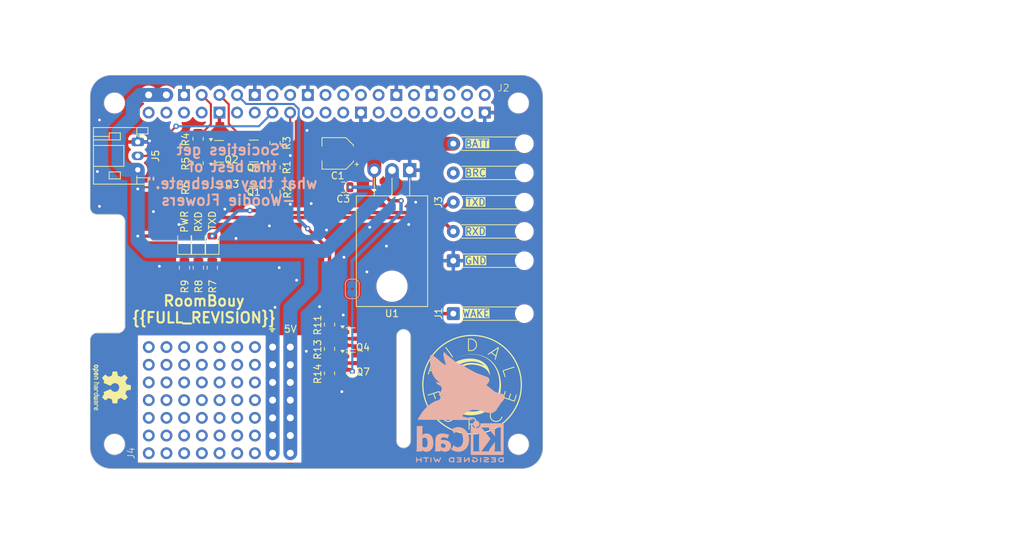
<source format=kicad_pcb>
(kicad_pcb (version 20240108) (generator "pcbnew") (generator_version "8.0")
  (layers (0 "F.Cu" signal) (31 "B.Cu" signal) (34 "B.Paste" user) (35 "F.Paste" user) (36 "B.SilkS" user "B.Silkscreen") (37 "F.SilkS" user "F.Silkscreen") (38 "B.Mask" user) (39 "F.Mask" user) (44 "Edge.Cuts" user))
  (net 0 "")
  (net 2 "GND")
  (net 26 "+BATT")
  (net 27 "/ROOMBA_BRC")
  (net 28 "/ROOMBA_TXD")
  (net 29 "/ROOMBA_RXD")
  (net 30 "/ROOMBA_WAKE")
  (net 31 "+5V")
  (net 32 "/PI_TXD")
  (net 33 "+3.3V")
  (net 34 "/PI_RXD")
  (net 35 "Net-(Q1-C)")
  (net 36 "Net-(Q1-B)")
  (net 37 "Net-(Q2-B)")
  (net 38 "Net-(Q3-C)")
  (net 39 "Net-(Q3-B)")
  (net 40 "Net-(Q4-B)")
  (net 41 "Net-(D1-K)")
  (net 42 "Net-(D2-K)")
  (net 43 "Net-(D3-K)")
  (net 44 "/GPIO18")
  (net 45 "Net-(Q2-C)")
  (net 46 "Net-(Q4-C)")
  (net 47 "Net-(Q6-B)")
  (net 48 "Net-(Q6-C)")
  (net 49 "Net-(Q7-C)")
  (net 50 "Net-(Q7-B)")
  (net 51 "Net-(JP1-A)")
  (net 52 "/SERVO")
  (footprint "Package_TO_SOT_SMD:SOT-23" (layer "F.Cu") (at 5.0625 9)
    (property "Reference" "Q4" (at 1.7625 1.25 0) (layer "F.SilkS"))
    (property "Value" "MMBT3904")
    (pad "1" smd roundrect (at -0.9375 -0.95) (size 1.475 0.6) (layers "F.Cu" "F.Paste" "F.Mask") (net 40 "Net-(Q4-B)"))
    (pad "2" smd roundrect (at -0.9375 0.95) (size 1.475 0.6) (layers "F.Cu" "F.Paste" "F.Mask") (net 2 "GND"))
    (pad "3" smd roundrect (at 0.9375 0) (size 1.475 0.6) (layers "F.Cu" "F.Paste" "F.Mask") (net 46 "Net-(Q4-C)"))
  )
  (footprint "Connector_Wire:SolderWire-0.25sqmm_1x01_D0.65mm_OD1.7mm_Relief" (layer "F.Cu") (at 19.8 5.4 90)
    (property "Reference" "J1" (at 0 -2.12 90) (layer "F.SilkS"))
    (property "Value" "Roomba Wake")
    (pad "" np_thru_hole circle (at 0 10.2 90) (size 2.2 2.2) (drill 2.2) (layers "*.Cu" "*.Mask"))
    (pad "1" thru_hole roundrect (at 0 0 90) (size 1.85 1.85) (drill 0.85) (layers "*.Cu" "*.Mask") (roundrect_rratio 0.135135) (net 30 "/ROOMBA_WAKE"))
  )
  (footprint "Resistor_SMD:R_0805_2012Metric" (layer "F.Cu") (at -16.8 -1.2 -90)
    (property "Reference" "R8" (at 2.7 -0.05 90) (layer "F.SilkS"))
    (property "Value" "1k")
    (pad "1" smd roundrect (at -0.9125 0 270) (size 1.025 1.4) (layers "F.Cu" "F.Paste" "F.Mask") (roundrect_rratio 0.243902) (net 42 "Net-(D2-K)"))
    (pad "2" smd roundrect (at 0.9125 0 270) (size 1.025 1.4) (layers "F.Cu" "F.Paste" "F.Mask") (roundrect_rratio 0.243902) (net 2 "GND"))
  )
  (footprint "Resistor_SMD:R_0805_2012Metric" (layer "F.Cu") (at -5.8 -19.1 90)
    (property "Reference" "R3" (at 0 1.7 90) (layer "F.SilkS"))
    (property "Value" "1k")
    (pad "1" smd roundrect (at -0.9125 0 90) (size 1.025 1.4) (layers "F.Cu" "F.Paste" "F.Mask") (roundrect_rratio 0.243902) (net 48 "Net-(Q6-C)"))
    (pad "2" smd roundrect (at 0.9125 0 90) (size 1.025 1.4) (layers "F.Cu" "F.Paste" "F.Mask") (roundrect_rratio 0.243902) (net 34 "/PI_RXD"))
  )
  (footprint "Resistor_SMD:R_0805_2012Metric" (layer "F.Cu") (at -16.8375 -16.2125 -90)
    (property "Reference" "R5" (at 0.0875 1.8 90) (layer "F.SilkS"))
    (property "Value" "1k")
    (pad "1" smd roundrect (at -0.9125 0 270) (size 1.025 1.4) (layers "F.Cu" "F.Paste" "F.Mask") (roundrect_rratio 0.243902) (net 45 "Net-(Q2-C)"))
    (pad "2" smd roundrect (at 0.9125 0 270) (size 1.025 1.4) (layers "F.Cu" "F.Paste" "F.Mask") (roundrect_rratio 0.243902) (net 39 "Net-(Q3-B)"))
  )
  (footprint "Package_TO_SOT_SMD:SOT-23" (layer "F.Cu") (at -13.8375 -17.9)
    (property "Reference" "Q2" (at 1.8 1.2 0) (layer "F.SilkS"))
    (property "Value" "MMBT3904")
    (pad "1" smd roundrect (at -0.9375 -0.95) (size 1.475 0.6) (layers "F.Cu" "F.Paste" "F.Mask") (net 37 "Net-(Q2-B)"))
    (pad "2" smd roundrect (at -0.9375 0.95) (size 1.475 0.6) (layers "F.Cu" "F.Paste" "F.Mask") (net 2 "GND"))
    (pad "3" smd roundrect (at 0.9375 0) (size 1.475 0.6) (layers "F.Cu" "F.Paste" "F.Mask") (net 45 "Net-(Q2-C)"))
  )
  (footprint "Resistor_SMD:R_0805_2012Metric" (layer "F.Cu") (at 2.025 10.4625 -90)
    (property "Reference" "R13" (at 0.0875 1.7 90) (layer "F.SilkS"))
    (property "Value" "1k")
    (pad "1" smd roundrect (at -0.9125 0 270) (size 1.025 1.4) (layers "F.Cu" "F.Paste" "F.Mask") (roundrect_rratio 0.243902) (net 46 "Net-(Q4-C)"))
    (pad "2" smd roundrect (at 0.9125 0 270) (size 1.025 1.4) (layers "F.Cu" "F.Paste" "F.Mask") (roundrect_rratio 0.243902) (net 50 "Net-(Q7-B)"))
  )
  (footprint "LED_SMD:LED_0805_2012Metric" (layer "F.Cu") (at -14.8 -4.8 90)
    (property "Reference" "D1" (hide yes))
    (property "Value" "TXD" (at 3.2 0 90) (layer "F.SilkS"))
    (pad "1" smd roundrect (at -0.9375 0 90) (size 0.975 1.4) (layers "F.Cu" "F.Paste" "F.Mask") (net 41 "Net-(D1-K)"))
    (pad "2" smd roundrect (at 0.9375 0 90) (size 0.975 1.4) (layers "F.Cu" "F.Paste" "F.Mask") (net 28 "/ROOMBA_TXD"))
  )
  (footprint "Symbol:OSHW-Logo2_7.3x6mm_SilkScreen" (layer "F.Cu") (at -29.25 16 -90)
    (property "Reference" "REF**" (hide yes))
    (property "Value" "OSHW-Logo2_7.3x6mm_SilkScreen" (hide yes))
  )
  (footprint "Capacitor_SMD:CP_Elec_4x3" (layer "F.Cu") (at 3.2 -17.6 180)
    (property "Reference" "C1" (at 0 -3.2 0) (layer "F.SilkS"))
    (property "Value" "10uf")
    (pad "1" smd roundrect (at -1.8 0 180) (size 2.6 1.6) (layers "F.Cu" "F.Paste" "F.Mask") (roundrect_rratio 0.15625) (net 26 "+BATT"))
    (pad "2" smd roundrect (at 1.8 0 180) (size 2.6 1.6) (layers "F.Cu" "F.Paste" "F.Mask") (roundrect_rratio 0.15625) (net 2 "GND"))
  )
  (footprint "RoomBouy:ProtoPad" (layer "F.Cu") (at -13.76 17.82 90)
    (property "Reference" "J4" (at -7.62 -12.7 90) (layer "F.SilkS") (effects (font (thickness 0.1))))
    (property "Value" "ProtoPad")
    (pad "" thru_hole circle (at -7.62 -10.16 90) (size 1.7 1.7) (drill 1) (layers "*.Cu" "*.Mask"))
    (pad "" thru_hole circle (at -7.62 -7.62 90) (size 1.7 1.7) (drill 1) (layers "*.Cu" "*.Mask"))
    (pad "" thru_hole circle (at -7.62 -5.08 90) (size 1.7 1.7) (drill 1) (layers "*.Cu" "*.Mask"))
    (pad "" thru_hole circle (at -7.62 -2.54 90) (size 1.7 1.7) (drill 1) (layers "*.Cu" "*.Mask"))
    (pad "" thru_hole circle (at -7.62 0 90) (size 1.7 1.7) (drill 1) (layers "*.Cu" "*.Mask"))
    (pad "" thru_hole circle (at -7.62 2.54 90) (size 1.7 1.7) (drill 1) (layers "*.Cu" "*.Mask"))
    (pad "" thru_hole circle (at -7.62 5.08 90) (size 1.7 1.7) (drill 1) (layers "*.Cu" "*.Mask"))
    (pad "" thru_hole circle (at -5.08 -10.16 90) (size 1.7 1.7) (drill 1) (layers "*.Cu" "*.Mask"))
    (pad "" thru_hole circle (at -5.08 -7.62 90) (size 1.7 1.7) (drill 1) (layers "*.Cu" "*.Mask"))
    (pad "" thru_hole circle (at -5.08 -5.08 90) (size 1.7 1.7) (drill 1) (layers "*.Cu" "*.Mask"))
    (pad "" thru_hole circle (at -5.08 -2.54 90) (size 1.7 1.7) (drill 1) (layers "*.Cu" "*.Mask"))
    (pad "" thru_hole circle (at -5.08 0 90) (size 1.7 1.7) (drill 1) (layers "*.Cu" "*.Mask"))
    (pad "" thru_hole circle (at -5.08 2.54 90) (size 1.7 1.7) (drill 1) (layers "*.Cu" "*.Mask"))
    (pad "" thru_hole circle (at -5.08 5.08 90) (size 1.7 1.7) (drill 1) (layers "*.Cu" "*.Mask"))
    (pad "" thru_hole circle (at -2.54 -10.16 90) (size 1.7 1.7) (drill 1) (layers "*.Cu" "*.Mask"))
    (pad "" thru_hole circle (at -2.54 -7.62 90) (size 1.7 1.7) (drill 1) (layers "*.Cu" "*.Mask"))
    (pad "" thru_hole circle (at -2.54 -5.08 90) (size 1.7 1.7) (drill 1) (layers "*.Cu" "*.Mask"))
    (pad "" thru_hole circle (at -2.54 -2.54 90) (size 1.7 1.7) (drill 1) (layers "*.Cu" "*.Mask"))
    (pad "" thru_hole circle (at -2.54 0 90) (size 1.7 1.7) (drill 1) (layers "*.Cu" "*.Mask"))
    (pad "" thru_hole circle (at -2.54 2.54 90) (size 1.7 1.7) (drill 1) (layers "*.Cu" "*.Mask"))
    (pad "" thru_hole circle (at -2.54 5.08 90) (size 1.7 1.7) (drill 1) (layers "*.Cu" "*.Mask"))
    (pad "" thru_hole circle (at 0 -10.16 90) (size 1.7 1.7) (drill 1) (layers "*.Cu" "*.Mask"))
    (pad "" thru_hole circle (at 0 -7.62 90) (size 1.7 1.7) (drill 1) (layers "*.Cu" "*.Mask"))
    (pad "" thru_hole circle (at 0 -5.08 90) (size 1.7 1.7) (drill 1) (layers "*.Cu" "*.Mask"))
    (pad "" thru_hole circle (at 0 -2.54 90) (size 1.7 1.7) (drill 1) (layers "*.Cu" "*.Mask"))
    (pad "" thru_hole circle (at 0 0 90) (size 1.7 1.7) (drill 1) (layers "*.Cu" "*.Mask"))
    (pad "" thru_hole circle (at 0 2.54 90) (size 1.7 1.7) (drill 1) (layers "*.Cu" "*.Mask"))
    (pad "" thru_hole circle (at 0 5.08 90) (size 1.7 1.7) (drill 1) (layers "*.Cu" "*.Mask"))
    (pad "" thru_hole circle (at 2.54 -10.16 90) (size 1.7 1.7) (drill 1) (layers "*.Cu" "*.Mask"))
    (pad "" thru_hole circle (at 2.54 -7.62 90) (size 1.7 1.7) (drill 1) (layers "*.Cu" "*.Mask"))
    (pad "" thru_hole circle (at 2.54 -5.08 90) (size 1.7 1.7) (drill 1) (layers "*.Cu" "*.Mask"))
    (pad "" thru_hole circle (at 2.54 -2.54 90) (size 1.7 1.7) (drill 1) (layers "*.Cu" "*.Mask"))
    (pad "" thru_hole circle (at 2.54 0 90) (size 1.7 1.7) (drill 1) (layers "*.Cu" "*.Mask"))
    (pad "" thru_hole circle (at 2.54 2.54 90) (size 1.7 1.7) (drill 1) (layers "*.Cu" "*.Mask"))
    (pad "" thru_hole circle (at 2.54 5.08 90) (size 1.7 1.7) (drill 1) (layers "*.Cu" "*.Mask"))
    (pad "" thru_hole circle (at 5.08 -10.16 90) (size 1.7 1.7) (drill 1) (layers "*.Cu" "*.Mask"))
    (pad "" thru_hole circle (at 5.08 -7.62 90) (size 1.7 1.7) (drill 1) (layers "*.Cu" "*.Mask"))
    (pad "" thru_hole circle (at 5.08 -5.08 90) (size 1.7 1.7) (drill 1) (layers "*.Cu" "*.Mask"))
    (pad "" thru_hole circle (at 5.08 -2.54 90) (size 1.7 1.7) (drill 1) (layers "*.Cu" "*.Mask"))
    (pad "" thru_hole circle (at 5.08 0 90) (size 1.7 1.7) (drill 1) (layers "*.Cu" "*.Mask"))
    (pad "" thru_hole circle (at 5.08 2.54 90) (size 1.7 1.7) (drill 1) (layers "*.Cu" "*.Mask"))
    (pad "" thru_hole circle (at 5.08 5.08 90) (size 1.7 1.7) (drill 1) (layers "*.Cu" "*.Mask"))
    (pad "" thru_hole circle (at 7.62 -10.16 90) (size 1.7 1.7) (drill 1) (layers "*.Cu" "*.Mask"))
    (pad "" thru_hole circle (at 7.62 -7.62 90) (size 1.7 1.7) (drill 1) (layers "*.Cu" "*.Mask"))
    (pad "" thru_hole circle (at 7.62 -5.08 90) (size 1.7 1.7) (drill 1) (layers "*.Cu" "*.Mask"))
    (pad "" thru_hole circle (at 7.62 -2.54 90) (size 1.7 1.7) (drill 1) (layers "*.Cu" "*.Mask"))
    (pad "" thru_hole circle (at 7.62 0 90) (size 1.7 1.7) (drill 1) (layers "*.Cu" "*.Mask"))
    (pad "" thru_hole circle (at 7.62 2.54 90) (size 1.7 1.7) (drill 1) (layers "*.Cu" "*.Mask"))
    (pad "" thru_hole circle (at 7.62 5.08 90) (size 1.7 1.7) (drill 1) (layers "*.Cu" "*.Mask"))
    (pad "1" thru_hole circle (at -7.62 10.16 90) (size 1.7 1.7) (drill 1) (layers "*.Cu" "*.Mask") (net 31 "+5V"))
    (pad "1" thru_hole circle (at -5.08 10.16 90) (size 1.7 1.7) (drill 1) (layers "*.Cu" "*.Mask") (net 31 "+5V"))
    (pad "1" thru_hole circle (at -2.54 10.16 90) (size 1.7 1.7) (drill 1) (layers "*.Cu" "*.Mask") (net 31 "+5V"))
    (pad "1" thru_hole circle (at 0 10.16 90) (size 1.7 1.7) (drill 1) (layers "*.Cu" "*.Mask") (net 31 "+5V"))
    (pad "1" thru_hole circle (at 2.54 10.16 90) (size 1.7 1.7) (drill 1) (layers "*.Cu" "*.Mask") (net 31 "+5V"))
    (pad "1" thru_hole circle (at 5.08 10.16 90) (size 1.7 1.7) (drill 1) (layers "*.Cu" "*.Mask") (net 31 "+5V"))
    (pad "1" thru_hole circle (at 7.62 10.16 90) (size 1.7 1.7) (drill 1) (layers "*.Cu" "*.Mask") (net 31 "+5V"))
    (pad "2" thru_hole circle (at -7.62 7.62 90) (size 1.7 1.7) (drill 1) (layers "*.Cu" "*.Mask") (net 2 "GND"))
    (pad "2" thru_hole circle (at -5.08 7.62 90) (size 1.7 1.7) (drill 1) (layers "*.Cu" "*.Mask") (net 2 "GND"))
    (pad "2" thru_hole circle (at -2.54 7.62 90) (size 1.7 1.7) (drill 1) (layers "*.Cu" "*.Mask") (net 2 "GND"))
    (pad "2" thru_hole circle (at 0 7.62 90) (size 1.7 1.7) (drill 1) (layers "*.Cu" "*.Mask") (net 2 "GND"))
    (pad "2" thru_hole circle (at 2.54 7.62 90) (size 1.7 1.7) (drill 1) (layers "*.Cu" "*.Mask") (net 2 "GND"))
    (pad "2" thru_hole circle (at 5.08 7.62 90) (size 1.7 1.7) (drill 1) (layers "*.Cu" "*.Mask") (net 2 "GND"))
    (pad "2" thru_hole circle (at 7.62 7.62 90) (size 1.7 1.7) (drill 1) (layers "*.Cu" "*.Mask") (net 2 "GND"))
  )
  (footprint "RPI_Hat:RPI_Hat_B+" (layer "F.Cu") (at 0.16 -24.838)
    (property "Reference" "J2" (at 26.84 -2.162 0) (layer "F.SilkS") (effects (font (thickness 0.1))))
    (property "Value" "Raspberry_Pi_2_3")
    (fp_line (start -32.5 -1) (end -32.5 15) (stroke (width 0.1)) (layer "Edge.Cuts"))
    (fp_line (start -32.5 34) (end -32.5 49.5) (stroke (width 0.1)) (layer "Edge.Cuts"))
    (fp_line (start -31.5 16) (end -28.5 16) (stroke (width 0.1)) (layer "Edge.Cuts"))
    (fp_line (start -31.5 33) (end -28.5 33) (stroke (width 0.1)) (layer "Edge.Cuts"))
    (fp_line (start -29.5 -4) (end 29.5 -4) (stroke (width 0.1)) (layer "Edge.Cuts"))
    (fp_line (start -29.5 52.5) (end 29.5 52.5) (stroke (width 0.1)) (layer "Edge.Cuts"))
    (fp_line (start -27.5 17) (end -27.5 32) (stroke (width 0.1)) (layer "Edge.Cuts"))
    (fp_line (start 11.5 33.5) (end 11.5 48.5) (stroke (width 0.1)) (layer "Edge.Cuts"))
    (fp_line (start 13.5 33.5) (end 13.5 48.5) (stroke (width 0.1)) (layer "Edge.Cuts"))
    (fp_line (start 32.5 -1) (end 32.5 49.5) (stroke (width 0.1)) (layer "Edge.Cuts"))
    (fp_arc (start -32.5 -1) (mid -31.62132 -3.12132) (end -29.5 -4) (stroke (width 0.1)) (layer "Edge.Cuts"))
    (fp_arc (start -32.5 34) (mid -32.207107 33.292893) (end -31.5 33) (stroke (width 0.1)) (layer "Edge.Cuts"))
    (fp_arc (start -31.5 16) (mid -32.207107 15.707107) (end -32.5 15) (stroke (width 0.1)) (layer "Edge.Cuts"))
    (fp_arc (start -29.5 52.5) (mid -31.62132 51.62132) (end -32.5 49.5) (stroke (width 0.1)) (layer "Edge.Cuts"))
    (fp_arc (start -28.5 16) (mid -27.792893 16.292893) (end -27.5 17) (stroke (width 0.1)) (layer "Edge.Cuts"))
    (fp_arc (start -27.5 32) (mid -27.792893 32.707107) (end -28.5 33) (stroke (width 0.1)) (layer "Edge.Cuts"))
    (fp_arc (start 11.5 33.5) (mid 12.5 32.5) (end 13.5 33.5) (stroke (width 0.1)) (layer "Edge.Cuts"))
    (fp_arc (start 13.5 48.5) (mid 12.5 49.5) (end 11.5 48.5) (stroke (width 0.1)) (layer "Edge.Cuts"))
    (fp_arc (start 29.5 -4) (mid 31.62132 -3.12132) (end 32.5 -1) (stroke (width 0.1)) (layer "Edge.Cuts"))
    (fp_arc (start 32.5 49.5) (mid 31.62132 51.62132) (end 29.5 52.5) (stroke (width 0.1)) (layer "Edge.Cuts"))
    (fp_circle (center -29 0) (end -30.500001 -0.000001) (stroke (width 0.05)) (fill none) (layer "Edge.Cuts"))
    (fp_circle (center -29 49) (end -30.500001 49.000001) (stroke (width 0.05)) (fill none) (layer "Edge.Cuts"))
    (fp_circle (center 29 0) (end 30.500001 -0.000001) (stroke (width 0.05)) (fill none) (layer "Edge.Cuts"))
    (fp_circle (center 29 49) (end 30.500001 49.000001) (stroke (width 0.05)) (fill none) (layer "Edge.Cuts"))
    (pad "1" thru_hole circle (at -24.1 1.378 90) (size 1.7 1.7) (drill 1) (layers "*.Cu" "*.Mask") (net 33 "+3.3V"))
    (pad "2" thru_hole oval (at -24.1 -1.162 90) (size 1.7 1.7) (drill 1) (layers "*.Cu" "*.Mask") (net 31 "+5V"))
    (pad "3" thru_hole oval (at -21.56 1.378 90) (size 1.7 1.7) (drill 1) (layers "*.Cu" "*.Mask"))
    (pad "4" thru_hole oval (at -21.56 -1.162 90) (size 1.7 1.7) (drill 1) (layers "*.Cu" "*.Mask") (net 31 "+5V"))
    (pad "5" thru_hole oval (at -19.02 1.378 90) (size 1.7 1.7) (drill 1) (layers "*.Cu" "*.Mask"))
    (pad "6" thru_hole rect (at -19.02 -1.162 90) (size 1.7 1.7) (drill 1) (layers "*.Cu" "*.Mask") (net 2 "GND"))
    (pad "7" thru_hole oval (at -16.48 1.378 90) (size 1.7 1.7) (drill 1) (layers "*.Cu" "*.Mask"))
    (pad "8" thru_hole oval (at -16.48 -1.162 90) (size 1.7 1.7) (drill 1) (layers "*.Cu" "*.Mask") (net 32 "/PI_TXD"))
    (pad "9" thru_hole rect (at -13.94 1.378 90) (size 1.7 1.7) (drill 1) (layers "*.Cu" "*.Mask") (net 2 "GND"))
    (pad "10" thru_hole oval (at -13.94 -1.162 90) (size 1.7 1.7) (drill 1) (layers "*.Cu" "*.Mask") (net 34 "/PI_RXD"))
    (pad "11" thru_hole oval (at -11.4 1.378 90) (size 1.7 1.7) (drill 1) (layers "*.Cu" "*.Mask"))
    (pad "12" thru_hole oval (at -11.4 -1.162 90) (size 1.7 1.7) (drill 1) (layers "*.Cu" "*.Mask") (net 44 "/GPIO18"))
    (pad "13" thru_hole oval (at -8.86 1.378 90) (size 1.7 1.7) (drill 1) (layers "*.Cu" "*.Mask"))
    (pad "14" thru_hole rect (at -8.86 -1.162 90) (size 1.7 1.7) (drill 1) (layers "*.Cu" "*.Mask") (net 2 "GND"))
    (pad "15" thru_hole oval (at -6.32 1.378 90) (size 1.7 1.7) (drill 1) (layers "*.Cu" "*.Mask") (net 52 "/SERVO"))
    (pad "16" thru_hole oval (at -6.32 -1.162 90) (size 1.7 1.7) (drill 1) (layers "*.Cu" "*.Mask"))
    (pad "17" thru_hole oval (at -3.78 1.378 90) (size 1.7 1.7) (drill 1) (layers "*.Cu" "*.Mask") (net 33 "+3.3V"))
    (pad "18" thru_hole oval (at -3.78 -1.162 90) (size 1.7 1.7) (drill 1) (layers "*.Cu" "*.Mask"))
    (pad "19" thru_hole oval (at -1.24 1.378 90) (size 1.7 1.7) (drill 1) (layers "*.Cu" "*.Mask"))
    (pad "20" thru_hole rect (at -1.24 -1.162 90) (size 1.7 1.7) (drill 1) (layers "*.Cu" "*.Mask") (net 2 "GND"))
    (pad "21" thru_hole oval (at 1.3 1.378 90) (size 1.7 1.7) (drill 1) (layers "*.Cu" "*.Mask"))
    (pad "22" thru_hole oval (at 1.3 -1.162 90) (size 1.7 1.7) (drill 1) (layers "*.Cu" "*.Mask"))
    (pad "23" thru_hole oval (at 3.84 1.378 90) (size 1.7 1.7) (drill 1) (layers "*.Cu" "*.Mask"))
    (pad "24" thru_hole oval (at 3.84 -1.162 90) (size 1.7 1.7) (drill 1) (layers "*.Cu" "*.Mask"))
    (pad "25" thru_hole rect (at 6.38 1.378 90) (size 1.7 1.7) (drill 1) (layers "*.Cu" "*.Mask") (net 2 "GND"))
    (pad "26" thru_hole oval (at 6.38 -1.162 90) (size 1.7 1.7) (drill 1) (layers "*.Cu" "*.Mask"))
    (pad "27" thru_hole oval (at 8.92 1.378 90) (size 1.7 1.7) (drill 1) (layers "*.Cu" "*.Mask"))
    (pad "28" thru_hole oval (at 8.92 -1.162 90) (size 1.7 1.7) (drill 1) (layers "*.Cu" "*.Mask"))
    (pad "29" thru_hole oval (at 11.46 1.378 90) (size 1.7 1.7) (drill 1) (layers "*.Cu" "*.Mask"))
    (pad "30" thru_hole rect (at 11.46 -1.162 90) (size 1.7 1.7) (drill 1) (layers "*.Cu" "*.Mask") (net 2 "GND"))
    (pad "31" thru_hole oval (at 14 1.378 90) (size 1.7 1.7) (drill 1) (layers "*.Cu" "*.Mask"))
    (pad "32" thru_hole oval (at 14 -1.162 90) (size 1.7 1.7) (drill 1) (layers "*.Cu" "*.Mask"))
    (pad "33" thru_hole oval (at 16.54 1.378 90) (size 1.7 1.7) (drill 1) (layers "*.Cu" "*.Mask"))
    (pad "34" thru_hole rect (at 16.54 -1.162 90) (size 1.7 1.7) (drill 1) (layers "*.Cu" "*.Mask") (net 2 "GND"))
    (pad "35" thru_hole oval (at 19.08 1.378 90) (size 1.7 1.7) (drill 1) (layers "*.Cu" "*.Mask"))
    (pad "36" thru_hole oval (at 19.08 -1.162 90) (size 1.7 1.7) (drill 1) (layers "*.Cu" "*.Mask"))
    (pad "37" thru_hole oval (at 21.62 1.378 90) (size 1.7 1.7) (drill 1) (layers "*.Cu" "*.Mask"))
    (pad "38" thru_hole oval (at 21.62 -1.162 90) (size 1.7 1.7) (drill 1) (layers "*.Cu" "*.Mask"))
    (pad "39" thru_hole rect (at 24.16 1.378 90) (size 1.7 1.7) (drill 1) (layers "*.Cu" "*.Mask") (net 2 "GND"))
    (pad "40" thru_hole oval (at 24.16 -1.162 90) (size 1.7 1.7) (drill 1) (layers "*.Cu" "*.Mask"))
  )
  (footprint "LED_SMD:LED_0805_2012Metric" (layer "F.Cu") (at -18.8 -4.8 90)
    (property "Reference" "D3" (hide yes))
    (property "Value" "PWR" (at 3 0 90) (layer "F.SilkS"))
    (pad "1" smd roundrect (at -0.9375 0 90) (size 0.975 1.4) (layers "F.Cu" "F.Paste" "F.Mask") (net 43 "Net-(D3-K)"))
    (pad "2" smd roundrect (at 0.9375 0 90) (size 0.975 1.4) (layers "F.Cu" "F.Paste" "F.Mask") (net 31 "+5V"))
  )
  (footprint "Connector_JST:JST_PH_S3B-PH-K_1x03_P2.00mm_Horizontal" (layer "F.Cu") (at -25.5 -19.25 -90)
    (property "Reference" "J5" (at 2 -2.55 90) (layer "F.SilkS"))
    (property "Value" "Servo")
    (pad "1" thru_hole roundrect (at 0 0 270) (size 1.2 1.75) (drill 0.75) (layers "*.Cu" "*.Mask") (roundrect_rratio 0.208333) (net 2 "GND"))
    (pad "2" thru_hole oval (at 2 0 270) (size 1.2 1.75) (drill 0.75) (layers "*.Cu" "*.Mask") (net 52 "/SERVO"))
    (pad "3" thru_hole oval (at 4 0 270) (size 1.2 1.75) (drill 0.75) (layers "*.Cu" "*.Mask") (net 31 "+5V"))
  )
  (footprint "LED_SMD:LED_0805_2012Metric" (layer "F.Cu") (at -16.8 -4.8 90)
    (property "Reference" "D2" (hide yes))
    (property "Value" "RXD" (at 3 0 90) (layer "F.SilkS"))
    (pad "1" smd roundrect (at -0.9375 0 90) (size 0.975 1.4) (layers "F.Cu" "F.Paste" "F.Mask") (net 42 "Net-(D2-K)"))
    (pad "2" smd roundrect (at 0.9375 0 90) (size 0.975 1.4) (layers "F.Cu" "F.Paste" "F.Mask") (net 29 "/ROOMBA_RXD"))
  )
  (footprint "Resistor_SMD:R_0805_2012Metric" (layer "F.Cu") (at -16.8375 -12.7 -90)
    (property "Reference" "R6" (at 0.0875 1.8 90) (layer "F.SilkS"))
    (property "Value" "1k")
    (pad "1" smd roundrect (at -0.9125 0 270) (size 1.025 1.4) (layers "F.Cu" "F.Paste" "F.Mask") (roundrect_rratio 0.243902) (net 38 "Net-(Q3-C)"))
    (pad "2" smd roundrect (at 0.9125 0 270) (size 1.025 1.4) (layers "F.Cu" "F.Paste" "F.Mask") (roundrect_rratio 0.243902) (net 29 "/ROOMBA_RXD"))
  )
  (footprint "Package_TO_SOT_THT:TO-220-3_Horizontal_TabDown" (layer "F.Cu") (at 13.54 -15.2 180)
    (property "Reference" "U1" (at 2.54 -20.58 0) (layer "F.SilkS"))
    (property "Value" "LM1084-5.0")
    (pad "" np_thru_hole oval (at 2.54 -16.66 180) (size 3.5 3.5) (drill 3.5) (layers "*.Cu" "*.Mask"))
    (pad "1" thru_hole rect (at 0 0 180) (size 1.905 2) (drill 1.1) (layers "*.Cu" "*.Mask") (net 2 "GND"))
    (pad "2" thru_hole oval (at 2.54 0 180) (size 1.905 2) (drill 1.1) (layers "*.Cu" "*.Mask") (net 31 "+5V"))
    (pad "3" thru_hole oval (at 5.08 0 180) (size 1.905 2) (drill 1.1) (layers "*.Cu" "*.Mask") (net 26 "+BATT"))
  )
  (footprint "Package_TO_SOT_SMD:SOT-23" (layer "F.Cu") (at 5.0625 12.5)
    (property "Reference" "Q7" (at 1.7625 1.25 0) (layer "F.SilkS"))
    (property "Value" "MMBT3906")
    (pad "1" smd roundrect (at -0.9375 -0.95) (size 1.475 0.6) (layers "F.Cu" "F.Paste" "F.Mask") (net 50 "Net-(Q7-B)"))
    (pad "2" smd roundrect (at -0.9375 0.95) (size 1.475 0.6) (layers "F.Cu" "F.Paste" "F.Mask") (net 51 "Net-(JP1-A)"))
    (pad "3" smd roundrect (at 0.9375 0) (size 1.475 0.6) (layers "F.Cu" "F.Paste" "F.Mask") (net 49 "Net-(Q7-C)"))
  )
  (footprint "Resistor_SMD:R_0805_2012Metric" (layer "F.Cu") (at -5.8 -12.1 90)
    (property "Reference" "R2" (at 0 1.8 90) (layer "F.SilkS"))
    (property "Value" "1k")
    (pad "1" smd roundrect (at -0.9125 0 90) (size 1.025 1.4) (layers "F.Cu" "F.Paste" "F.Mask") (roundrect_rratio 0.243902) (net 28 "/ROOMBA_TXD"))
    (pad "2" smd roundrect (at 0.9125 0 90) (size 1.025 1.4) (layers "F.Cu" "F.Paste" "F.Mask") (roundrect_rratio 0.243902) (net 36 "Net-(Q1-B)"))
  )
  (footprint "Capacitor_SMD:C_0805_2012Metric" (layer "F.Cu") (at 4 -12.75 180)
    (property "Reference" "C3" (at 0 -1.68 0) (layer "F.SilkS"))
    (property "Value" "1uF")
    (pad "1" smd roundrect (at -0.95 0 180) (size 1 1.45) (layers "F.Cu" "F.Paste" "F.Mask") (net 31 "+5V"))
    (pad "2" smd roundrect (at 0.95 0 180) (size 1 1.45) (layers "F.Cu" "F.Paste" "F.Mask") (net 2 "GND"))
  )
  (footprint "Resistor_SMD:R_0805_2012Metric" (layer "F.Cu") (at -18.8 -1.2 -90)
    (property "Reference" "R9" (at 2.7 -0.05 90) (layer "F.SilkS"))
    (property "Value" "1k")
    (pad "1" smd roundrect (at -0.9125 0 270) (size 1.025 1.4) (layers "F.Cu" "F.Paste" "F.Mask") (roundrect_rratio 0.243902) (net 43 "Net-(D3-K)"))
    (pad "2" smd roundrect (at 0.9125 0 270) (size 1.025 1.4) (layers "F.Cu" "F.Paste" "F.Mask") (roundrect_rratio 0.243902) (net 2 "GND"))
  )
  (footprint "Package_TO_SOT_SMD:SOT-23" (layer "F.Cu") (at -13.8 -14.35)
    (property "Reference" "Q3" (at 1.8625 1.15 0) (layer "F.SilkS"))
    (property "Value" "MMBT3906")
    (pad "1" smd roundrect (at -0.9375 -0.95) (size 1.475 0.6) (layers "F.Cu" "F.Paste" "F.Mask") (net 39 "Net-(Q3-B)"))
    (pad "2" smd roundrect (at -0.9375 0.95) (size 1.475 0.6) (layers "F.Cu" "F.Paste" "F.Mask") (net 31 "+5V"))
    (pad "3" smd roundrect (at 0.9375 0) (size 1.475 0.6) (layers "F.Cu" "F.Paste" "F.Mask") (net 38 "Net-(Q3-C)"))
  )
  (footprint "Resistor_SMD:R_0805_2012Metric" (layer "F.Cu") (at -16.8375 -19.7 -90)
    (property "Reference" "R4" (at 0.0875 1.8 90) (layer "F.SilkS"))
    (property "Value" "1k")
    (pad "1" smd roundrect (at -0.9125 0 270) (size 1.025 1.4) (layers "F.Cu" "F.Paste" "F.Mask") (roundrect_rratio 0.243902) (net 32 "/PI_TXD"))
    (pad "2" smd roundrect (at 0.9125 0 270) (size 1.025 1.4) (layers "F.Cu" "F.Paste" "F.Mask") (roundrect_rratio 0.243902) (net 37 "Net-(Q2-B)"))
  )
  (footprint "Resistor_SMD:R_0805_2012Metric" (layer "F.Cu") (at -14.8 -1.2 -90)
    (property "Reference" "R7" (at 2.7 -0.05 90) (layer "F.SilkS"))
    (property "Value" "1k")
    (pad "1" smd roundrect (at -0.9125 0 270) (size 1.025 1.4) (layers "F.Cu" "F.Paste" "F.Mask") (roundrect_rratio 0.243902) (net 41 "Net-(D1-K)"))
    (pad "2" smd roundrect (at 0.9125 0 270) (size 1.025 1.4) (layers "F.Cu" "F.Paste" "F.Mask") (roundrect_rratio 0.243902) (net 2 "GND"))
  )
  (footprint "Package_TO_SOT_SMD:SOT-23" (layer "F.Cu") (at -8.8375 -17.95 180)
    (property "Reference" "Q6" (at 0 -2.4 0) (layer "F.SilkS"))
    (property "Value" "MMBT3906")
    (pad "1" smd roundrect (at -0.9375 -0.95 180) (size 1.475 0.6) (layers "F.Cu" "F.Paste" "F.Mask") (net 47 "Net-(Q6-B)"))
    (pad "2" smd roundrect (at -0.9375 0.95 180) (size 1.475 0.6) (layers "F.Cu" "F.Paste" "F.Mask") (net 33 "+3.3V"))
    (pad "3" smd roundrect (at 0.9375 0 180) (size 1.475 0.6) (layers "F.Cu" "F.Paste" "F.Mask") (net 48 "Net-(Q6-C)"))
  )
  (footprint "Resistor_SMD:R_0805_2012Metric" (layer "F.Cu") (at 2.025 6.9625 -90)
    (property "Reference" "R11" (at 0.0875 1.7 90) (layer "F.SilkS"))
    (property "Value" "1k")
    (pad "1" smd roundrect (at -0.9125 0 270) (size 1.025 1.4) (layers "F.Cu" "F.Paste" "F.Mask") (roundrect_rratio 0.243902) (net 44 "/GPIO18"))
    (pad "2" smd roundrect (at 0.9125 0 270) (size 1.025 1.4) (layers "F.Cu" "F.Paste" "F.Mask") (roundrect_rratio 0.243902) (net 40 "Net-(Q4-B)"))
  )
  (footprint "Connector_Wire:SolderWire-0.25sqmm_1x05_P4.2mm_D0.65mm_OD1.7mm_Relief" (layer "F.Cu") (at 19.8 -2.2 90)
    (property "Reference" "J3" (at 8.4 -2.12 90) (layer "F.SilkS"))
    (property "Value" "Roomba Connector")
    (pad "" np_thru_hole circle (at 0 10.2 90) (size 2.2 2.2) (drill 2.2) (layers "*.Cu" "*.Mask"))
    (pad "" np_thru_hole circle (at 4.2 10.2 90) (size 2.2 2.2) (drill 2.2) (layers "*.Cu" "*.Mask"))
    (pad "" np_thru_hole circle (at 8.4 10.2 90) (size 2.2 2.2) (drill 2.2) (layers "*.Cu" "*.Mask"))
    (pad "" np_thru_hole circle (at 12.6 10.2 90) (size 2.2 2.2) (drill 2.2) (layers "*.Cu" "*.Mask"))
    (pad "" np_thru_hole circle (at 16.8 10.2 90) (size 2.2 2.2) (drill 2.2) (layers "*.Cu" "*.Mask"))
    (pad "1" thru_hole roundrect (at 0 0 90) (size 1.85 1.85) (drill 0.85) (layers "*.Cu" "*.Mask") (roundrect_rratio 0.135135) (net 2 "GND"))
    (pad "2" thru_hole circle (at 4.2 0 90) (size 1.85 1.85) (drill 0.85) (layers "*.Cu" "*.Mask") (net 29 "/ROOMBA_RXD"))
    (pad "3" thru_hole circle (at 8.4 0 90) (size 1.85 1.85) (drill 0.85) (layers "*.Cu" "*.Mask") (net 28 "/ROOMBA_TXD"))
    (pad "4" thru_hole circle (at 12.6 0 90) (size 1.85 1.85) (drill 0.85) (layers "*.Cu" "*.Mask") (net 27 "/ROOMBA_BRC"))
    (pad "5" thru_hole circle (at 16.8 0 90) (size 1.85 1.85) (drill 0.85) (layers "*.Cu" "*.Mask") (net 26 "+BATT"))
  )
  (footprint "Resistor_SMD:R_0805_2012Metric" (layer "F.Cu") (at -5.8 -15.5875 90)
    (property "Reference" "R1" (at 0.0125 1.7 90) (layer "F.SilkS"))
    (property "Value" "1k")
    (pad "1" smd roundrect (at -0.9125 0 90) (size 1.025 1.4) (layers "F.Cu" "F.Paste" "F.Mask") (roundrect_rratio 0.243902) (net 35 "Net-(Q1-C)"))
    (pad "2" smd roundrect (at 0.9125 0 90) (size 1.025 1.4) (layers "F.Cu" "F.Paste" "F.Mask") (roundrect_rratio 0.243902) (net 47 "Net-(Q6-B)"))
  )
  (footprint "KenwoodFox:TIDAL_FORCE_LOGO" (layer "F.Cu") (at 22.5 15.6)
    (property "Reference" "G***" (hide yes))
    (property "Value" "LOGO" (hide yes))
  )
  (footprint "Package_TO_SOT_SMD:SOT-23" (layer "F.Cu") (at -8.8375 -14.45 180)
    (property "Reference" "Q1" (at 0 -2.4 0) (layer "F.SilkS"))
    (property "Value" "MMBT3904")
    (pad "1" smd roundrect (at -0.9375 -0.95 180) (size 1.475 0.6) (layers "F.Cu" "F.Paste" "F.Mask") (net 36 "Net-(Q1-B)"))
    (pad "2" smd roundrect (at -0.9375 0.95 180) (size 1.475 0.6) (layers "F.Cu" "F.Paste" "F.Mask") (net 2 "GND"))
    (pad "3" smd roundrect (at 0.9375 0 180) (size 1.475 0.6) (layers "F.Cu" "F.Paste" "F.Mask") (net 35 "Net-(Q1-C)"))
  )
  (footprint "Resistor_SMD:R_0805_2012Metric" (layer "F.Cu") (at 2.025 13.9625 -90)
    (property "Reference" "R14" (at 0.0875 1.7 90) (layer "F.SilkS"))
    (property "Value" "1k")
    (pad "1" smd roundrect (at -0.9125 0 270) (size 1.025 1.4) (layers "F.Cu" "F.Paste" "F.Mask") (roundrect_rratio 0.243902) (net 49 "Net-(Q7-C)"))
    (pad "2" smd roundrect (at 0.9125 0 270) (size 1.025 1.4) (layers "F.Cu" "F.Paste" "F.Mask") (roundrect_rratio 0.243902) (net 30 "/ROOMBA_WAKE"))
  )
  (footprint "Symbol:KiCad-Logo2_5mm_SilkScreen" (layer "B.Cu") (at 20.75 23.75 180)
    (property "Reference" "REF**" (hide yes))
    (property "Value" "KiCad-Logo2_5mm_SilkScreen" (hide yes))
  )
  (footprint "KenwoodFox:KITSUNE_LOGO" (layer "B.Cu") (at 21 15.75 180)
    (property "Reference" "G***" (hide yes))
    (property "Value" "LOGO" (hide yes))
  )
  (footprint "Jumper:SolderJumper-2_P1.3mm_Bridged2Bar_RoundedPad1.0x1.5mm" (layer "B.Cu") (at 5.3 1.85 90)
    (property "Reference" "JP1" (hide yes))
    (property "Value" "SolderJumper_2_Bridged")
    (fp_poly (pts (xy -0.25 -0.2) (xy 0.25 -0.2) (xy 0.25 -0.6) (xy -0.25 -0.6)) (fill solid) (layer "B.Cu"))
    (fp_poly (pts (xy -0.25 0.6) (xy 0.25 0.6) (xy 0.25 0.2) (xy -0.25 0.2)) (fill solid) (layer "B.Cu"))
    (pad "1" smd custom (at -0.65 0 90) (size 1 0.5) (layers "B.Cu" "B.Mask") (net 51 "Net-(JP1-A)") (options (clearance outline) (anchor rect)) (primitives (gr_circle (center 0 -0.25) (end 0.5 -0.25) (width 0) (fill yes)) (gr_circle (center 0 0.25) (end 0.5 0.25) (width 0) (fill yes)) (gr_poly (pts (xy 0.5 -0.75) (xy 0 -0.75) (xy 0 0.75) (xy 0.5 0.75)) (width 0) (fill yes))))
    (pad "2" smd custom (at 0.65 0 90) (size 1 0.5) (layers "B.Cu" "B.Mask") (net 26 "+BATT") (options (clearance outline) (anchor rect)) (primitives (gr_circle (center 0 -0.25) (end 0.5 -0.25) (width 0) (fill yes)) (gr_circle (center 0 0.25) (end 0.5 0.25) (width 0) (fill yes)) (gr_poly (pts (xy 0 -0.75) (xy -0.5 -0.75) (xy -0.5 0.75) (xy 0 0.75)) (width 0) (fill yes))))
  )
  (gr_line (start -6.6 7.6) (end -5.8 7.6) (stroke (width 0.15)) (layer "F.SilkS"))
  (gr_line (start -6.4 7.8) (end -6 7.8) (stroke (width 0.15)) (layer "F.SilkS"))
  (gr_line (start -6.2 7.2) (end -6.2 7.6) (stroke (width 0.15)) (layer "F.SilkS"))
  (gr_line (start -6.3 8) (end -6.1 8) (stroke (width 0.15)) (layer "F.SilkS"))
  (gr_text "{dblquote}Societies get \nthe best of \nwhat they celebrate.{dblquote} \n-Woodie Flowers" (at -12.5 -19 0) (layer "B.SilkS") (effects (font (size 1.5 1.5) (thickness 0.3) (bold yes)) (justify top mirror)))
  (gr_text "TXD" (at 21.6 -10.6 0) (layer "F.SilkS" knockout) (effects (font (size 1 1)) (justify left)))
  (gr_text "5V" (at -4.6 8.2 0) (layer "F.SilkS") (effects (font (size 1 1)) (justify left bottom)))
  (gr_text "BRC" (at 21.4 -14.8 0) (layer "F.SilkS" knockout) (effects (font (size 1 1)) (justify left)))
  (gr_text "RoomBouy\n{{FULL_REVISION}}" (at -16 2.7 0) (layer "F.SilkS") (effects (font (size 1.5 1.5) (thickness 0.3) (bold yes)) (justify top)))
  (gr_text "RXD" (at 21.4 -6.4 0) (layer "F.SilkS" knockout) (effects (font (size 1 1)) (justify left)))
  (gr_text "BATT" (at 21.4 -19 0) (layer "F.SilkS" knockout) (effects (font (size 1 1)) (justify left)))
  (gr_text "GND" (at 21.4 -2.2 0) (layer "F.SilkS" knockout) (effects (font (size 1 1)) (justify left)))
  (gr_text "WAKE" (at 21 5.4 0) (layer "F.SilkS" knockout) (effects (font (size 1 1)) (justify left)))
  (via (at -0.6 -10.4) (size 0.8) (drill 0.4) (layers "F.Cu" "B.Cu") (net 2))
  (via (at -1.2 -20.9) (size 0.8) (drill 0.4) (layers "F.Cu" "B.Cu") (net 2))
  (via (at -31.3 -15) (size 0.8) (drill 0.4) (layers "F.Cu" "B.Cu") (net 2))
  (via (at 7.4 -0.6) (size 0.8) (drill 0.4) (layers "F.Cu" "B.Cu") (net 2))
  (via (at 3.8 16.6) (size 0.8) (drill 0.4) (layers "F.Cu" "B.Cu") (net 2))
  (via (at -11.4 -5.4) (size 0.8) (drill 0.4) (layers "F.Cu" "B.Cu") (net 2))
  (via (at -13 -9.6) (size 0.8) (drill 0.4) (layers "F.Cu" "B.Cu") (net 2))
  (via (at -3.6 -17.3) (size 0.8) (drill 0.4) (layers "F.Cu" "B.Cu") (net 2))
  (via (at -1.3 10.8) (size 0.8) (drill 0.4) (layers "F.Cu" "B.Cu") (net 2))
  (via (at 14.4 -10.6) (size 0.8) (drill 0.4) (layers "F.Cu" "B.Cu") (net 2))
  (via (at -31 -22.4) (size 0.8) (drill 0.4) (layers "F.Cu" "B.Cu") (net 2))
  (via (at 4.1 -2.7) (size 0.8) (drill 0.4) (layers "F.Cu" "B.Cu") (net 2))
  (via (at -3.6 -10.3) (size 0.8) (drill 0.4) (layers "F.Cu" "B.Cu") (net 2))
  (via (at -5.8 4.5) (size 0.8) (drill 0.4) (layers "F.Cu" "B.Cu") (net 2))
  (via (at -22.4 -1.4) (size 0.8) (drill 0.4) (layers "F.Cu" "B.Cu") (net 2))
  (via (at -23.8 -19.4) (size 0.8) (drill 0.4) (layers "F.Cu" "B.Cu") (net 2))
  (via (at -6.6 -7.2) (size 0.8) (drill 0.4) (layers "F.Cu" "B.Cu") (net 2))
  (via (at 7.8 -7) (size 0.8) (drill 0.4) (layers "F.Cu" "B.Cu") (net 2))
  (via (at 13.4 -7.4) (size 0.8) (drill 0.4) (layers "F.Cu" "B.Cu") (net 2))
  (via (at -5.2 -1.2) (size 0.8) (drill 0.4) (layers "F.Cu" "B.Cu") (net 2))
  (via (at 0.6 4.4) (size 0.8) (drill 0.4) (layers "F.Cu" "B.Cu") (net 2))
  (via (at -23.25 -9.25) (size 0.8) (drill 0.4) (layers "F.Cu" "B.Cu") (net 2))
  (via (at -2.7 0.6) (size 0.8) (drill 0.4) (layers "F.Cu" "B.Cu") (net 2))
  (via (at 1.6 -6.6) (size 0.8) (drill 0.4) (layers "F.Cu" "B.Cu") (net 2))
  (via (at 10.2 -4.3) (size 0.8) (drill 0.4) (layers "F.Cu" "B.Cu") (net 2))
  (via (at -31 -10) (size 0.8) (drill 0.4) (layers "F.Cu" "B.Cu") (net 2))
  (via (at -19.6 -7.4) (size 0.8) (drill 0.4) (layers "F.Cu" "B.Cu") (net 2))
  (via (at 4 5.6) (size 0.8) (drill 0.4) (layers "F.Cu" "B.Cu") (net 2))
  (segment (start -6.14 25.44) (end -6.14 10.2) (width 2) (layer "B.Cu") (net 2))
  (segment (start -6.14 6.66) (end -6.2 6.6) (width 2) (layer "B.Cu") (net 2))
  (segment (start -6.14 10.2) (end -6.14 6.66) (width 2) (layer "B.Cu") (net 2))
  (segment (start 12.3 -10.8) (end 10.7 -10.8) (width 0.5) (layer "F.Cu") (net 26))
  (segment (start 19.8 -19) (end 10.078405 -19) (width 2) (layer "F.Cu") (net 26))
  (segment (start 8.46 -17.381595) (end 8.46 -15.2) (width 2) (layer "F.Cu") (net 26))
  (segment (start 10.7 -10.8) (end 8.46 -13.04) (width 0.5) (layer "F.Cu") (net 26))
  (segment (start 5 -17.6) (end 8.241595 -17.6) (width 2) (layer "F.Cu") (net 26))
  (segment (start 10.078405 -19) (end 8.46 -17.381595) (width 2) (layer "F.Cu") (net 26))
  (segment (start 8.46 -13.04) (end 8.46 -15.2) (width 0.5) (layer "F.Cu") (net 26))
  (segment (start 8.241595 -17.6) (end 8.46 -17.381595) (width 2) (layer "F.Cu") (net 26))
  (via (at 12.3 -10.8) (size 0.8) (drill 0.4) (layers "F.Cu" "B.Cu") (net 26))
  (segment (start 5.3 -2.2) (end 5.3 1.2) (width 0.5) (layer "B.Cu") (net 26))
  (segment (start 12.3 -9.2) (end 5.3 -2.2) (width 0.5) (layer "B.Cu") (net 26))
  (segment (start 12.3 -10.8) (end 12.3 -9.2) (width 0.5) (layer "B.Cu") (net 26))
  (segment (start -6.9375 -9.4) (end -6.6375 -9.1) (width 0.5) (layer "F.Cu") (net 28))
  (segment (start 19.2 -10.6) (end 19.8 -10.6) (width 0.5) (layer "F.Cu") (net 28))
  (segment (start -9.4 -9.4) (end -6.9375 -9.4) (width 0.5) (layer "F.Cu") (net 28))
  (segment (start -5.8 -11.1) (end -3.8 -9.1) (width 0.5) (layer "F.Cu") (net 28))
  (segment (start -6.6375 -9.1) (end -3.8 -9.1) (width 0.5) (layer "F.Cu") (net 28))
  (segment (start -5.8 -11.1875) (end -5.8 -11.1) (width 0.5) (layer "F.Cu") (net 28))
  (segment (start 17.7 -9.1) (end 19.2 -10.6) (width 0.5) (layer "F.Cu") (net 28))
  (segment (start -3.8 -9.1) (end 17.7 -9.1) (width 0.5) (layer "F.Cu") (net 28))
  (via (at -14.8 -5.7375) (size 0.8) (drill 0.4) (layers "F.Cu" "B.Cu") (net 28))
  (via (at -9.4 -9.4) (size 0.8) (drill 0.4) (layers "F.Cu" "B.Cu") (net 28))
  (segment (start -9.4 -9.4) (end -11.1375 -9.4) (width 0.5) (layer "B.Cu") (net 28))
  (segment (start -11.1375 -9.4) (end -14.8 -5.7375) (width 0.5) (layer "B.Cu") (net 28))
  (segment (start -15.8 -8.4) (end -16.8 -7.4) (width 0.5) (layer "F.Cu") (net 29))
  (segment (start -16.8375 -9.4375) (end -15.8 -8.4) (width 0.5) (layer "F.Cu") (net 29))
  (segment (start -16.8375 -11.7875) (end -16.8375 -9.4375) (width 0.5) (layer "F.Cu") (net 29))
  (segment (start 17.8 -8.4) (end 19.8 -6.4) (width 0.5) (layer "F.Cu") (net 29))
  (segment (start -16.8 -5.7375) (end -16.8 -7.4) (width 0.5) (layer "F.Cu") (net 29))
  (segment (start -15.8 -8.4) (end 17.8 -8.4) (width 0.5) (layer "F.Cu") (net 29))
  (segment (start 19.8 5.4) (end 13.85 5.4) (width 0.5) (layer "F.Cu") (net 30))
  (segment (start 10.25 9) (end 10.25 12.5) (width 0.5) (layer "F.Cu") (net 30))
  (segment (start 13.85 5.4) (end 10.25 9) (width 0.5) (layer "F.Cu") (net 30))
  (segment (start 10.25 12.5) (end 7.875 14.875) (width 0.5) (layer "F.Cu") (net 30))
  (segment (start 7.875 14.875) (end 2.025 14.875) (width 0.5) (layer "F.Cu") (net 30))
  (segment (start 4.95 -12.75) (end 5 -12.75) (width 0.5) (layer "F.Cu") (net 31))
  (segment (start -25.5 -5.7375) (end -18.8 -5.7375) (width 0.5) (layer "F.Cu") (net 31))
  (segment (start -14.7375 -13.4) (end -15.3875 -12.75) (width 0.3) (layer "F.Cu") (net 31))
  (segment (start -15.3875 -12.75) (end -25.25 -12.75) (width 0.3) (layer "F.Cu") (net 31))
  (segment (start -25.25 -12.75) (end -25.5 -12.5) (width 0.3) (layer "F.Cu") (net 31))
  (via (at -25.5 -5.7375) (size 0.8) (drill 0.4) (layers "F.Cu" "B.Cu") (net 31))
  (via (at 5 -12.75) (size 0.8) (drill 0.4) (layers "F.Cu" "B.Cu") (net 31))
  (via (at -25.5 -12.5) (size 0.8) (drill 0.4) (layers "F.Cu" "B.Cu") (net 31))
  (segment (start -25.5 -5.7375) (end -25.5 -12.5) (width 2) (layer "B.Cu") (net 31))
  (segment (start -28.25 -16.25) (end -27.25 -15.25) (width 2) (layer "B.Cu") (net 31))
  (segment (start -25.5 -12.5) (end -25.5 -15.25) (width 2) (layer "B.Cu") (net 31))
  (segment (start -23.94 -26) (end -25.142081 -26) (width 2) (layer "B.Cu") (net 31))
  (segment (start -0.6 1.6) (end -0.6 -3.6) (width 2) (layer "B.Cu") (net 31))
  (segment (start -3.6 10.2) (end -3.6 4.6) (width 2) (layer "B.Cu") (net 31))
  (segment (start 5 -12.75) (end 10.55 -12.75) (width 0.5) (layer "B.Cu") (net 31))
  (segment (start -3.6 25.44) (end -3.6 10.2) (width 2) (layer "B.Cu") (net 31))
  (segment (start -27.25 -15.25) (end -25.5 -15.25) (width 2) (layer "B.Cu") (net 31))
  (segment (start -26.2 -24.942081) (end -26.2 -22.8) (width 2) (layer "B.Cu") (net 31))
  (segment (start 11 -15.2) (end 11 -13.2) (width 2) (layer "B.Cu") (net 31))
  (segment (start 10.55 -12.75) (end 11 -13.2) (width 0.5) (layer "B.Cu") (net 31))
  (segment (start -26.2 -22.8) (end -28.25 -20.75) (width 2) (layer "B.Cu") (net 31))
  (segment (start 11 -13.2) (end 1.4 -3.6) (width 2) (layer "B.Cu") (net 31))
  (segment (start -3.6 4.6) (end -0.6 1.6) (width 2) (layer "B.Cu") (net 31))
  (segment (start -25.5 -5.1) (end -24 -3.6) (width 2) (layer "B.Cu") (net 31))
  (segment (start -25.142081 -26) (end -26.2 -24.942081) (width 2) (layer "B.Cu") (net 31))
  (segment (start 1.4 -3.6) (end -0.6 -3.6) (width 2) (layer "B.Cu") (net 31))
  (segment (start -23.94 -26) (end -21.4 -26) (width 2) (layer "B.Cu") (net 31))
  (segment (start -28.25 -20.75) (end -28.25 -16.25) (width 2) (layer "B.Cu") (net 31))
  (segment (start -25.5 -5.7375) (end -25.5 -5.1) (width 2) (layer "B.Cu") (net 31))
  (segment (start -24 -3.6) (end -0.6 -3.6) (width 2) (layer "B.Cu") (net 31))
  (segment (start -15 -24.68) (end -15 -21.8) (width 0.3) (layer "F.Cu") (net 32))
  (segment (start -16.32 -26) (end -15 -24.68) (width 0.3) (layer "F.Cu") (net 32))
  (segment (start -15 -21.8) (end -16.1875 -20.6125) (width 0.3) (layer "F.Cu") (net 32))
  (segment (start -16.1875 -20.6125) (end -16.8375 -20.6125) (width 0.3) (layer "F.Cu") (net 32))
  (segment (start -4.37 -19.05) (end -3.62 -19.8) (width 0.3) (layer "F.Cu") (net 33))
  (segment (start -3.62 -19.8) (end -3.62 -23.46) (width 0.3) (layer "F.Cu") (net 33))
  (segment (start -7.9 -18.9) (end -6.9 -18.9) (width 0.3) (layer "F.Cu") (net 33))
  (segment (start -6.9 -18.9) (end -6.75 -19.05) (width 0.3) (layer "F.Cu") (net 33))
  (segment (start -6.75 -19.05) (end -4.37 -19.05) (width 0.3) (layer "F.Cu") (net 33))
  (segment (start -13.78 -26) (end -12.44 -24.66) (width 0.3) (layer "F.Cu") (net 34))
  (segment (start -10.6125 -20.0125) (end -5.8 -20.0125) (width 0.3) (layer "F.Cu") (net 34))
  (segment (start -12.44 -21.84) (end -10.6125 -20.0125) (width 0.3) (layer "F.Cu") (net 34))
  (segment (start -12.44 -24.66) (end -12.44 -21.84) (width 0.3) (layer "F.Cu") (net 34))
  (segment (start -7.025 -14.675) (end -7.25 -14.45) (width 0.5) (layer "F.Cu") (net 35))
  (segment (start -5.8 -14.675) (end -7.025 -14.675) (width 0.5) (layer "F.Cu") (net 35))
  (segment (start -9.775 -14.45) (end -7.25 -14.45) (width 0.5) (layer "F.Cu") (net 35))
  (segment (start -6.4125 -13.0125) (end -5.8 -13.0125) (width 0.5) (layer "F.Cu") (net 36))
  (segment (start -7.9 -13.5) (end -6.9 -13.5) (width 0.5) (layer "F.Cu") (net 36))
  (segment (start -6.9 -13.5) (end -6.4125 -13.0125) (width 0.5) (layer "F.Cu") (net 36))
  (segment (start -14.775 -18.85) (end -16.775 -18.85) (width 0.5) (layer "F.Cu") (net 37))
  (segment (start -16.775 -18.85) (end -16.8375 -18.7875) (width 0.5) (layer "F.Cu") (net 37))
  (segment (start -15.377684 -14.35) (end -16.115184 -13.6125) (width 0.5) (layer "F.Cu") (net 38))
  (segment (start -16.115184 -13.6125) (end -16.8375 -13.6125) (width 0.5) (layer "F.Cu") (net 38))
  (segment (start -12.8625 -14.35) (end -15.377684 -14.35) (width 0.5) (layer "F.Cu") (net 38))
  (segment (start -14.7375 -15.3) (end -16.8375 -15.3) (width 0.5) (layer "F.Cu") (net 39))
  (segment (start 3.075 7.875) (end 2.025 7.875) (width 0.5) (layer "F.Cu") (net 40))
  (segment (start 4.125 8.05) (end 3.25 8.05) (width 0.5) (layer "F.Cu") (net 40))
  (segment (start 3.25 8.05) (end 3.075 7.875) (width 0.5) (layer "F.Cu") (net 40))
  (segment (start -14.8 -3.8625) (end -14.8 -2.1125) (width 0.5) (layer "F.Cu") (net 41))
  (segment (start -16.8 -3.8625) (end -16.8 -2.1125) (width 0.5) (layer "F.Cu") (net 42))
  (segment (start -18.8 -3.8625) (end -18.8 -2.1125) (width 0.5) (layer "F.Cu") (net 43))
  (segment (start 2.025 -3.675) (end -1.1 -6.8) (width 0.5) (layer "F.Cu") (net 44))
  (segment (start 2.025 6.05) (end 2.025 -3.675) (width 0.5) (layer "F.Cu") (net 44))
  (via (at -1.1 -6.8) (size 0.8) (drill 0.4) (layers "F.Cu" "B.Cu") (net 44))
  (segment (start -2.4 -24) (end -3.1 -24.7) (width 0.3) (layer "B.Cu") (net 44))
  (segment (start -2.4 -8.1) (end -1.1 -6.8) (width 0.5) (layer "B.Cu") (net 44))
  (segment (start -9.94 -24.7) (end -11.24 -26) (width 0.3) (layer "B.Cu") (net 44))
  (segment (start -3.1 -24.7) (end -9.94 -24.7) (width 0.3) (layer "B.Cu") (net 44))
  (segment (start -2.4 -22.7) (end -2.4 -8.1) (width 0.5) (layer "B.Cu") (net 44))
  (segment (start -2.4 -22.7) (end -2.4 -24) (width 0.3) (layer "B.Cu") (net 44))
  (segment (start -12.9 -17.9) (end -15.415184 -17.9) (width 0.5) (layer "F.Cu") (net 45))
  (segment (start -16.190184 -17.125) (end -16.8375 -17.125) (width 0.5) (layer "F.Cu") (net 45))
  (segment (start -15.415184 -17.9) (end -16.190184 -17.125) (width 0.5) (layer "F.Cu") (net 45))
  (segment (start 6 9) (end 3.8 9) (width 0.5) (layer "F.Cu") (net 46))
  (segment (start 2.375 9.2) (end 3.6 9.2) (width 0.5) (layer "F.Cu") (net 46))
  (segment (start 2.025 9.55) (end 2.375 9.2) (width 0.5) (layer "F.Cu") (net 46))
  (segment (start 3.8 9) (end 3.6 9.2) (width 0.5) (layer "F.Cu") (net 46))
  (segment (start -7.1 -17) (end -6.6 -16.5) (width 0.5) (layer "F.Cu") (net 47))
  (segment (start -6.6 -16.5) (end -5.8 -16.5) (width 0.5) (layer "F.Cu") (net 47))
  (segment (start -7.9 -17) (end -7.1 -17) (width 0.5) (layer "F.Cu") (net 47))
  (segment (start -7.25 -17.95) (end -7.0125 -18.1875) (width 0.5) (layer "F.Cu") (net 48))
  (segment (start -7.0125 -18.1875) (end -5.8 -18.1875) (width 0.5) (layer "F.Cu") (net 48))
  (segment (start -9.775 -17.95) (end -7.25 -17.95) (width 0.5) (layer "F.Cu") (net 48))
  (segment (start 6 12.5) (end 3.484816 12.5) (width 0.5) (layer "F.Cu") (net 49))
  (segment (start 3.484816 12.5) (end 2.934816 13.05) (width 0.5) (layer "F.Cu") (net 49))
  (segment (start 2.934816 13.05) (end 2.025 13.05) (width 0.5) (layer "F.Cu") (net 49))
  (segment (start 3.25 11.55) (end 3.075 11.375) (width 0.5) (layer "F.Cu") (net 50))
  (segment (start 2.025 11.375) (end 3.075 11.375) (width 0.5) (layer "F.Cu") (net 50))
  (segment (start 4.125 11.55) (end 3.25 11.55) (width 0.5) (layer "F.Cu") (net 50))
  (segment (start 3.075 11.375) (end 3.3 11.6) (width 0.5) (layer "F.Cu") (net 50))
  (segment (start 4.125 13.45) (end 5.05 13.45) (width 0.5) (layer "F.Cu") (net 51))
  (segment (start 5.05 13.45) (end 5.3 13.7) (width 0.5) (layer "F.Cu") (net 51))
  (via (at 5.3 13.7) (size 0.8) (drill 0.4) (layers "F.Cu" "B.Cu") (net 51))
  (segment (start 5.3 2.5) (end 5.3 13.7) (width 0.3) (layer "B.Cu") (net 51))
  (segment (start -25.5 -17.25) (end -24.25 -17.25) (width 0.3) (layer "F.Cu") (net 52))
  (segment (start -24.25 -17.25) (end -20 -21.5) (width 0.3) (layer "F.Cu") (net 52))
  (via (at -20 -21.5) (size 0.8) (drill 0.4) (layers "F.Cu" "B.Cu") (net 52))
  (segment (start -20 -21.5) (end -8.12 -21.5) (width 0.3) (layer "B.Cu") (net 52))
  (segment (start -8.12 -21.5) (end -6.16 -23.46) (width 0.3) (layer "B.Cu") (net 52))
  (zone (net 0) (net_name "") (layers "F&B.Cu") (connect_pads (clearance 0)) (min_thickness 0.25)
    (keepout (tracks allowed) (vias allowed) (pads allowed) (copperpour not_allowed) (footprints allowed))
    (fill (thermal_gap 0.5) (thermal_bridge_width 0.5))
    (polygon (pts (xy -2 8.5) (xy -25.5 8.5) (xy -25.5 26.8) (xy -2 26.8)))
  )
  (zone (net 2) (net_name "GND") (layers "F&B.Cu") (connect_pads (clearance 0.5)) (min_thickness 0.25) (fill yes (thermal_gap 0.5) (thermal_bridge_width 0.5))
    (polygon (pts (xy 32.92 -29.06) (xy 32.92 27.94) (xy -33.08 27.94) (xy -33.08 -29.06)))
  )
)
</source>
